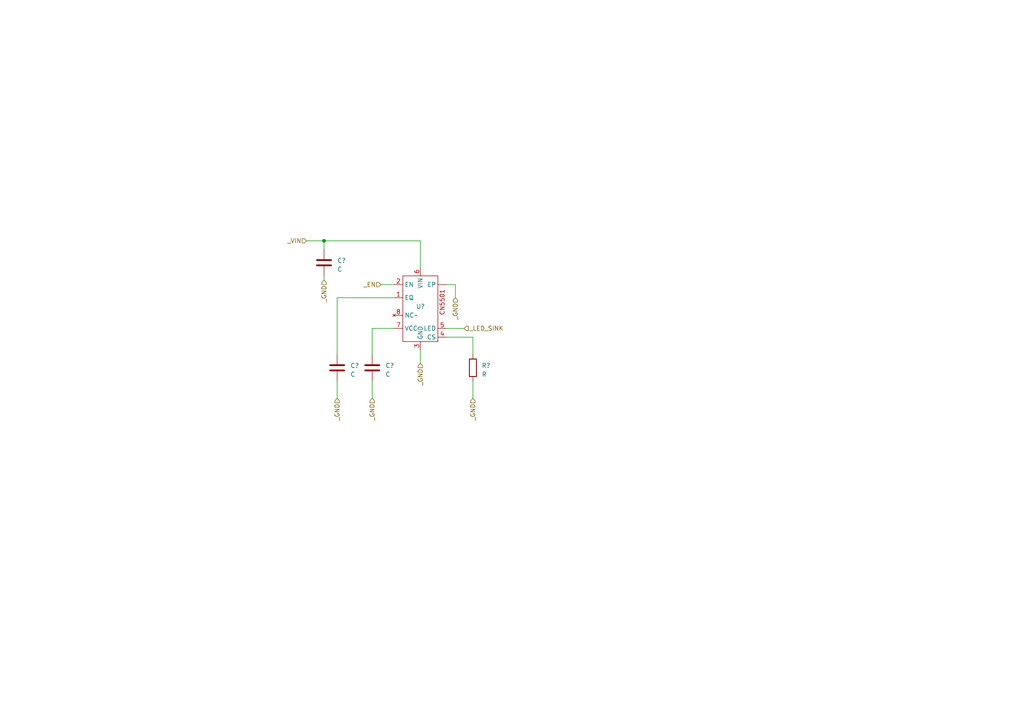
<source format=kicad_sch>
(kicad_sch (version 20230121) (generator eeschema)
  (paper "A4")
  (lib_symbols
    (symbol "1_meins:CN5501"
      (property "Reference" "U" (at 0 0 0))
      (symbol "CN5501_0_1"
        (rectangle (start -5.08 8.89) (end 5.08 -10.16))
      )
      (symbol "CN5501_1_1"
        (text "CN5501" (at 6.35 1.27 900) (effects (font (size 1.27 1.27))))
        (pin power_in line (at 7.62 6.35 180) (length 2.54) (name "EP") (number ""))
        (pin bidirectional line (at -7.62 2.54 0) (length 2.54) (name "EQ") (number "1"))
        (pin input line (at -7.62 6.35 0) (length 2.54) (name "EN") (number "2"))
        (pin power_in line (at 0 -12.7 90) (length 2.54) (name "GND") (number "3"))
        (pin input line (at 7.62 -8.89 180) (length 2.54) (name "CS") (number "4"))
        (pin power_out line (at 7.62 -6.35 180) (length 2.54) (name "LED") (number "5"))
        (pin power_in line (at 0 11.43 270) (length 2.54) (name "VIN") (number "6"))
        (pin power_out line (at -7.62 -6.35 0) (length 2.54) (name "VCC") (number "7"))
        (pin no_connect line (at -7.62 -2.54 0) (length 2.54) (name "NC") (number "8"))
      )
    )
    (symbol "Device:C" (pin_numbers hide) (pin_names (offset 0.254))
      (property "Reference" "C" (at 0.635 2.54 0))
      (property "Value" "C" (at 0.635 -2.54 0))
      (symbol "C_0_1"
        (polyline (pts (xy -2.032 -0.762) (xy 2.032 -0.762)) (stroke (width 0.508)))
        (polyline (pts (xy -2.032 0.762) (xy 2.032 0.762)) (stroke (width 0.508)))
      )
      (symbol "C_1_1"
        (pin passive line (at 0 3.81 270) (length 2.794) (name "~") (number "1"))
        (pin passive line (at 0 -3.81 90) (length 2.794) (name "~") (number "2"))
      )
    )
    (symbol "Device:R" (pin_numbers hide) (pin_names (offset 0))
      (property "Reference" "R" (at 2.032 0 90))
      (property "Value" "R" (at 0 0 90))
      (symbol "R_0_1"
        (rectangle (start -1.016 -2.54) (end 1.016 2.54) (stroke (width 0.254)))
      )
      (symbol "R_1_1"
        (pin passive line (at 0 3.81 270) (length 1.27) (name "~") (number "1"))
        (pin passive line (at 0 -3.81 90) (length 1.27) (name "~") (number "2"))
      )
    )
  )
  (junction (at 93.98 69.85))
  (wire (pts (xy 93.98 80.01) (xy 93.98 81.28)))
  (wire (pts (xy 114.3 82.55) (xy 110.49 82.55)))
  (wire (pts (xy 93.98 69.85) (xy 93.98 72.39)))
  (wire (pts (xy 107.95 110.49) (xy 107.95 115.57)))
  (wire (pts (xy 93.98 69.85) (xy 121.92 69.85)))
  (wire (pts (xy 137.16 102.87) (xy 137.16 97.79)))
  (wire (pts (xy 121.92 101.6) (xy 121.92 105.41)))
  (wire (pts (xy 97.79 110.49) (xy 97.79 115.57)))
  (wire (pts (xy 132.08 82.55) (xy 132.08 86.36)))
  (wire (pts (xy 107.95 102.87) (xy 107.95 95.25)))
  (wire (pts (xy 129.54 95.25) (xy 134.62 95.25)))
  (wire (pts (xy 137.16 110.49) (xy 137.16 115.57)))
  (wire (pts (xy 97.79 86.36) (xy 114.3 86.36)))
  (wire (pts (xy 137.16 97.79) (xy 129.54 97.79)))
  (wire (pts (xy 121.92 77.47) (xy 121.92 69.85)))
  (wire (pts (xy 88.9 69.85) (xy 93.98 69.85)))
  (wire (pts (xy 97.79 102.87) (xy 97.79 86.36)))
  (wire (pts (xy 129.54 82.55) (xy 132.08 82.55)))
  (wire (pts (xy 107.95 95.25) (xy 114.3 95.25)))
  (hierarchical_label "_GND" (shape input) (at 107.95 115.57 270))
  (hierarchical_label "_GND" (shape input) (at 97.79 115.57 270))
  (hierarchical_label "_GND" (shape input) (at 93.98 81.28 270))
  (hierarchical_label "_GND" (shape input) (at 132.08 86.36 270))
  (hierarchical_label "_VIN" (shape input) (at 88.9 69.85 180))
  (hierarchical_label "_GND" (shape input) (at 137.16 115.57 270))
  (hierarchical_label "_LED_SINK" (shape input) (at 134.62 95.25 0))
  (hierarchical_label "_EN" (shape input) (at 110.49 82.55 180))
  (hierarchical_label "_GND" (shape input) (at 121.92 105.41 270))
  (symbol (lib_id "Device:C") (at 107.95 106.68 0) (unit 1)
    (property "Reference" "C?" (at 111.76 106.045 0) (effects (justify left)))
    (property "Value" "C" (at 111.76 108.585 0) (effects (justify left)))
  )
  (symbol (lib_id "1_meins:CN5501") (at 121.92 88.9 0) (unit 1)
    (property "Reference" "U?" (at 120.65 88.9 0) (effects (justify left)))
    (property "Value" "~" (at 120.65 91.44 0))
    (property "Datasheet" "https://datasheet.lcsc.com/lcsc/1809132235_ShangHai-Consonance-Elec-CN5501_C84111.pdf" (effects hide))
  )
  (symbol (lib_id "Device:C") (at 93.98 76.2 0) (unit 1)
    (property "Reference" "C?" (at 97.79 75.565 0) (effects (justify left)))
    (property "Value" "C" (at 97.79 78.105 0) (effects (justify left)))
  )
  (symbol (lib_id "Device:C") (at 97.79 106.68 0) (unit 1)
    (property "Reference" "C?" (at 101.6 106.045 0) (effects (justify left)))
    (property "Value" "C" (at 101.6 108.585 0) (effects (justify left)))
  )
  (symbol (lib_id "Device:R") (at 137.16 106.68 0) (unit 1)
    (property "Reference" "R?" (at 139.7 106.045 0) (effects (justify left)))
    (property "Value" "R" (at 139.7 108.585 0) (effects (justify left)))
  )
)
</source>
